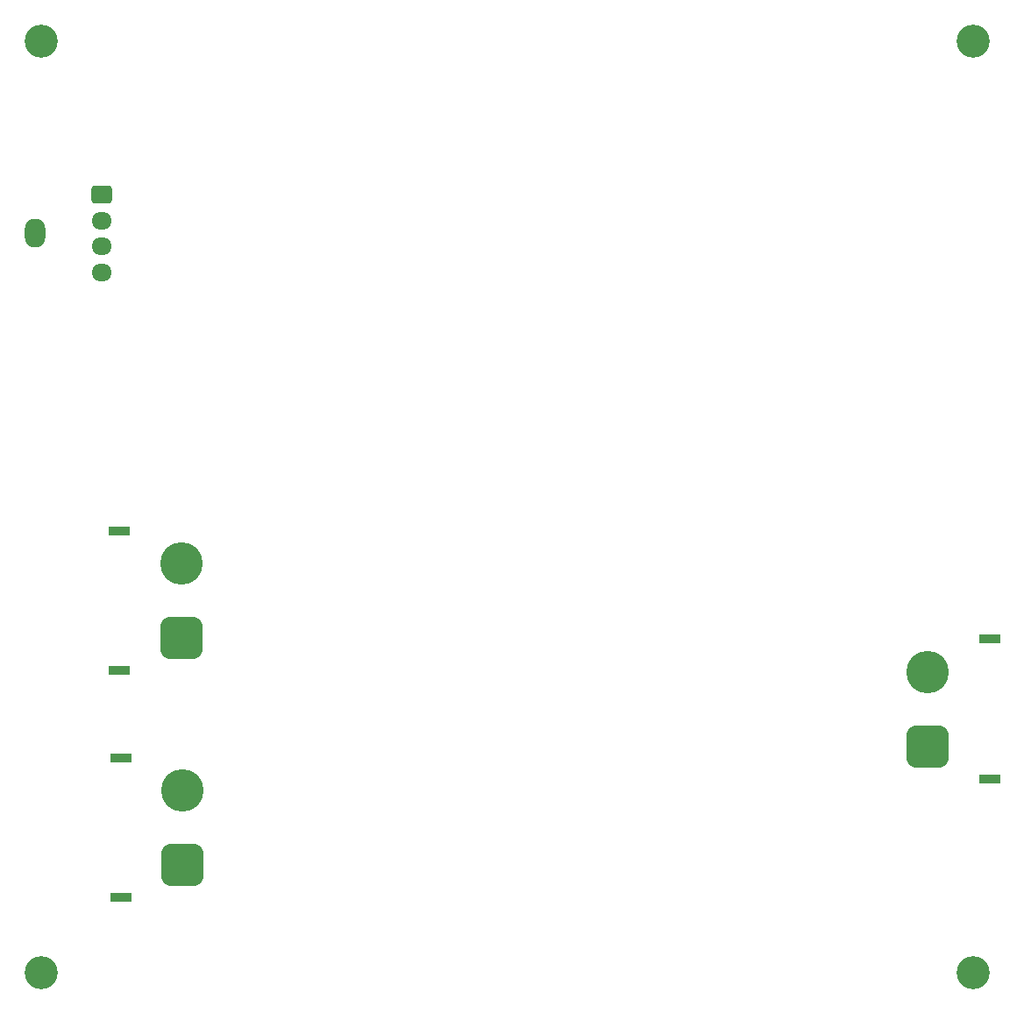
<source format=gbs>
%TF.GenerationSoftware,KiCad,Pcbnew,7.0.7*%
%TF.CreationDate,2024-03-06T17:39:44+09:00*%
%TF.ProjectId,AltairMD_V7,416c7461-6972-44d4-945f-56372e6b6963,rev?*%
%TF.SameCoordinates,Original*%
%TF.FileFunction,Soldermask,Bot*%
%TF.FilePolarity,Negative*%
%FSLAX46Y46*%
G04 Gerber Fmt 4.6, Leading zero omitted, Abs format (unit mm)*
G04 Created by KiCad (PCBNEW 7.0.7) date 2024-03-06 17:39:44*
%MOMM*%
%LPD*%
G01*
G04 APERTURE LIST*
G04 Aperture macros list*
%AMRoundRect*
0 Rectangle with rounded corners*
0 $1 Rounding radius*
0 $2 $3 $4 $5 $6 $7 $8 $9 X,Y pos of 4 corners*
0 Add a 4 corners polygon primitive as box body*
4,1,4,$2,$3,$4,$5,$6,$7,$8,$9,$2,$3,0*
0 Add four circle primitives for the rounded corners*
1,1,$1+$1,$2,$3*
1,1,$1+$1,$4,$5*
1,1,$1+$1,$6,$7*
1,1,$1+$1,$8,$9*
0 Add four rect primitives between the rounded corners*
20,1,$1+$1,$2,$3,$4,$5,0*
20,1,$1+$1,$4,$5,$6,$7,0*
20,1,$1+$1,$6,$7,$8,$9,0*
20,1,$1+$1,$8,$9,$2,$3,0*%
G04 Aperture macros list end*
%ADD10C,3.200000*%
%ADD11C,4.100000*%
%ADD12RoundRect,1.025000X1.025000X-1.025000X1.025000X1.025000X-1.025000X1.025000X-1.025000X-1.025000X0*%
%ADD13R,2.000000X0.900000*%
%ADD14O,1.950000X1.700000*%
%ADD15RoundRect,0.250000X-0.725000X0.600000X-0.725000X-0.600000X0.725000X-0.600000X0.725000X0.600000X0*%
%ADD16O,2.000000X2.800000*%
%ADD17RoundRect,1.025000X-1.025000X1.025000X-1.025000X-1.025000X1.025000X-1.025000X1.025000X1.025000X0*%
G04 APERTURE END LIST*
D10*
%TO.C,H1*%
X109982000Y-50038000D03*
%TD*%
D11*
%TO.C,J4*%
X123576000Y-100496000D03*
D12*
X123576000Y-107696000D03*
D13*
X117576000Y-97346000D03*
X117576000Y-110846000D03*
%TD*%
D14*
%TO.C,J3*%
X115887000Y-72350000D03*
X115887000Y-69850000D03*
X115887000Y-67350000D03*
D15*
X115887000Y-64850000D03*
D16*
X109387000Y-68600000D03*
%TD*%
D13*
%TO.C,J2*%
X201580000Y-107804000D03*
X201580000Y-121304000D03*
D17*
X195580000Y-118154000D03*
D11*
X195580000Y-110954000D03*
%TD*%
%TO.C,J1*%
X123672000Y-122428000D03*
D12*
X123672000Y-129628000D03*
D13*
X117672000Y-119278000D03*
X117672000Y-132778000D03*
%TD*%
D10*
%TO.C,H4*%
X200000000Y-140000000D03*
%TD*%
%TO.C,H3*%
X110000000Y-140000000D03*
%TD*%
%TO.C,H2*%
X200000000Y-50000000D03*
%TD*%
M02*

</source>
